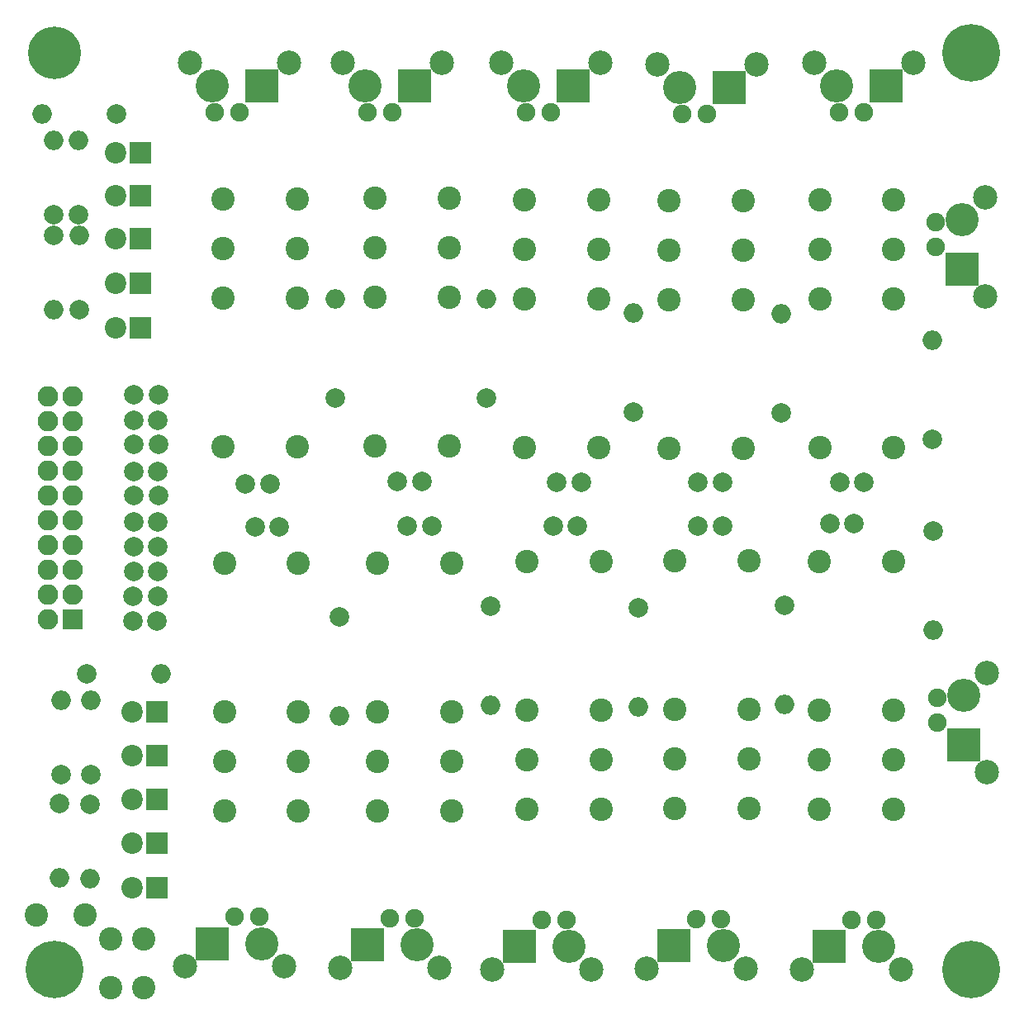
<source format=gbr>
G04 #@! TF.FileFunction,Soldermask,Top*
%FSLAX46Y46*%
G04 Gerber Fmt 4.6, Leading zero omitted, Abs format (unit mm)*
G04 Created by KiCad (PCBNEW 4.0.7) date 04/02/19 23:37:16*
%MOMM*%
%LPD*%
G01*
G04 APERTURE LIST*
%ADD10C,0.100000*%
%ADD11C,2.400000*%
%ADD12C,2.000000*%
%ADD13O,2.000000X2.000000*%
%ADD14R,2.200000X2.200000*%
%ADD15C,2.200000*%
%ADD16C,5.900000*%
%ADD17R,2.100000X2.100000*%
%ADD18O,2.100000X2.100000*%
%ADD19C,5.400000*%
%ADD20C,1.900000*%
%ADD21C,2.500000*%
%ADD22R,3.400000X3.400000*%
%ADD23C,3.400000*%
G04 APERTURE END LIST*
D10*
D11*
X70300000Y-93400000D03*
X70300000Y-78160000D03*
X70300000Y-68000000D03*
X70300000Y-73080000D03*
X77900000Y-93400000D03*
X77900000Y-73080000D03*
X77900000Y-78160000D03*
X77900000Y-68000000D03*
D12*
X53479700Y-129921000D03*
D13*
X53479700Y-137541000D03*
D12*
X75100000Y-97160000D03*
X72600000Y-97160000D03*
X63535560Y-111257080D03*
X61035560Y-111257080D03*
D14*
X63538100Y-129552700D03*
D15*
X60998100Y-129552700D03*
D12*
X52946300Y-71691500D03*
D13*
X52946300Y-79311500D03*
D14*
X63538100Y-138582400D03*
D15*
X60998100Y-138582400D03*
D14*
X63538100Y-133997700D03*
D15*
X60998100Y-133997700D03*
D12*
X132500000Y-101250000D03*
X135000000Y-101250000D03*
X119000000Y-101500000D03*
X121500000Y-101500000D03*
X104125000Y-101525000D03*
X106625000Y-101525000D03*
X89200000Y-101500000D03*
X91700000Y-101500000D03*
X73550000Y-101600000D03*
X76050000Y-101600000D03*
X90678000Y-96901000D03*
X88178000Y-96901000D03*
X107000000Y-97000000D03*
X104500000Y-97000000D03*
X121500000Y-97000000D03*
X119000000Y-97000000D03*
X136000000Y-97000000D03*
X133500000Y-97000000D03*
X59334400Y-59283600D03*
D13*
X51714400Y-59283600D03*
D16*
X147000000Y-53000000D03*
X53000000Y-147000000D03*
D12*
X52920900Y-69596000D03*
D13*
X52920900Y-61976000D03*
D14*
X63538100Y-125031500D03*
D15*
X60998100Y-125031500D03*
D14*
X63512700Y-120535700D03*
D15*
X60972700Y-120535700D03*
D14*
X61800000Y-81200000D03*
D15*
X59260000Y-81200000D03*
D14*
X61800000Y-76600000D03*
D15*
X59260000Y-76600000D03*
D14*
X61800000Y-72000000D03*
D15*
X59260000Y-72000000D03*
D12*
X56667400Y-130048000D03*
D13*
X56667400Y-137668000D03*
D12*
X53644800Y-127025400D03*
D13*
X53644800Y-119405400D03*
D12*
X56730900Y-126949200D03*
D13*
X56730900Y-119329200D03*
D12*
X56273700Y-116624100D03*
D13*
X63893700Y-116624100D03*
D12*
X55525000Y-79325000D03*
D13*
X55525000Y-71705000D03*
D12*
X55475000Y-69625000D03*
D13*
X55475000Y-62005000D03*
D14*
X61800000Y-67600000D03*
D15*
X59260000Y-67600000D03*
D14*
X61800000Y-63200000D03*
D15*
X59260000Y-63200000D03*
D17*
X54864000Y-111061500D03*
D18*
X52324000Y-111061500D03*
X54864000Y-108521500D03*
X52324000Y-108521500D03*
X54864000Y-105981500D03*
X52324000Y-105981500D03*
X54864000Y-103441500D03*
X52324000Y-103441500D03*
X54864000Y-100901500D03*
X52324000Y-100901500D03*
X54864000Y-98361500D03*
X52324000Y-98361500D03*
X54864000Y-95821500D03*
X52324000Y-95821500D03*
X54864000Y-93281500D03*
X52324000Y-93281500D03*
X54864000Y-90741500D03*
X52324000Y-90741500D03*
X54864000Y-88201500D03*
X52324000Y-88201500D03*
D12*
X63652400Y-88011000D03*
X61152400Y-88011000D03*
X63601600Y-90627200D03*
X61101600Y-90627200D03*
X63652400Y-93141800D03*
X61152400Y-93141800D03*
X63601600Y-95935800D03*
X61101600Y-95935800D03*
X63652400Y-98399600D03*
X61152400Y-98399600D03*
X63601600Y-101041200D03*
X61101600Y-101041200D03*
X63627000Y-103632000D03*
X61127000Y-103632000D03*
X63627000Y-106146600D03*
X61127000Y-106146600D03*
X63591440Y-108686600D03*
X61091440Y-108686600D03*
D11*
X58790840Y-148859240D03*
X58790840Y-143859240D03*
X62191900Y-148805900D03*
X62191900Y-143805900D03*
X56121300Y-141401800D03*
X51121300Y-141401800D03*
D16*
X147000000Y-147000000D03*
D11*
X131455000Y-93439000D03*
X131455000Y-78199000D03*
X131455000Y-68039000D03*
X131455000Y-73119000D03*
X139055000Y-93439000D03*
X139055000Y-73119000D03*
X139055000Y-78199000D03*
X139055000Y-68039000D03*
X101165500Y-93502500D03*
X101165500Y-78262500D03*
X101165500Y-68102500D03*
X101165500Y-73182500D03*
X108765500Y-93502500D03*
X108765500Y-73182500D03*
X108765500Y-78262500D03*
X108765500Y-68102500D03*
X85862000Y-93312000D03*
X85862000Y-78072000D03*
X85862000Y-67912000D03*
X85862000Y-72992000D03*
X93462000Y-93312000D03*
X93462000Y-72992000D03*
X93462000Y-78072000D03*
X93462000Y-67912000D03*
X78025000Y-105300000D03*
X78025000Y-120540000D03*
X78025000Y-130700000D03*
X78025000Y-125620000D03*
X70425000Y-105300000D03*
X70425000Y-125620000D03*
X70425000Y-120540000D03*
X70425000Y-130700000D03*
X93725000Y-105300000D03*
X93725000Y-120540000D03*
X93725000Y-130700000D03*
X93725000Y-125620000D03*
X86125000Y-105300000D03*
X86125000Y-125620000D03*
X86125000Y-120540000D03*
X86125000Y-130700000D03*
X124225000Y-105050000D03*
X124225000Y-120290000D03*
X124225000Y-130450000D03*
X124225000Y-125370000D03*
X116625000Y-105050000D03*
X116625000Y-125370000D03*
X116625000Y-120290000D03*
X116625000Y-130450000D03*
X139025000Y-105125000D03*
X139025000Y-120365000D03*
X139025000Y-130525000D03*
X139025000Y-125445000D03*
X131425000Y-105125000D03*
X131425000Y-125445000D03*
X131425000Y-120365000D03*
X131425000Y-130525000D03*
X109025000Y-105125000D03*
X109025000Y-120365000D03*
X109025000Y-130525000D03*
X109025000Y-125445000D03*
X101425000Y-105125000D03*
X101425000Y-125445000D03*
X101425000Y-120365000D03*
X101425000Y-130525000D03*
X116024500Y-93566000D03*
X116024500Y-78326000D03*
X116024500Y-68166000D03*
X116024500Y-73246000D03*
X123624500Y-93566000D03*
X123624500Y-73246000D03*
X123624500Y-78326000D03*
X123624500Y-68166000D03*
D19*
X53000000Y-53000000D03*
D20*
X143474400Y-121615200D03*
X143474400Y-119075200D03*
D21*
X148554400Y-116535200D03*
X148554400Y-126695200D03*
D22*
X146202400Y-123901200D03*
D23*
X146202400Y-118821200D03*
D20*
X134721600Y-141886900D03*
X137261600Y-141886900D03*
D21*
X139801600Y-146966900D03*
X129641600Y-146966900D03*
D22*
X132435600Y-144614900D03*
D23*
X137515600Y-144614900D03*
D20*
X118770400Y-141772600D03*
X121310400Y-141772600D03*
D21*
X123850400Y-146852600D03*
X113690400Y-146852600D03*
D22*
X116484400Y-144500600D03*
D23*
X121564400Y-144500600D03*
D20*
X102946200Y-141874200D03*
X105486200Y-141874200D03*
D21*
X108026200Y-146954200D03*
X97866200Y-146954200D03*
D22*
X100660200Y-144602200D03*
D23*
X105740200Y-144602200D03*
D20*
X87401400Y-141696400D03*
X89941400Y-141696400D03*
D21*
X92481400Y-146776400D03*
X82321400Y-146776400D03*
D22*
X85115400Y-144424400D03*
D23*
X90195400Y-144424400D03*
D20*
X71475600Y-141594800D03*
X74015600Y-141594800D03*
D21*
X76555600Y-146674800D03*
X66395600Y-146674800D03*
D22*
X69189600Y-144322800D03*
D23*
X74269600Y-144322800D03*
D20*
X143322000Y-72898000D03*
X143322000Y-70358000D03*
D21*
X148402000Y-67818000D03*
X148402000Y-77978000D03*
D22*
X146050000Y-75184000D03*
D23*
X146050000Y-70104000D03*
D12*
X97700000Y-109725000D03*
D13*
X97700000Y-119885000D03*
D12*
X82200000Y-110810000D03*
D13*
X82200000Y-120970000D03*
D12*
X143129000Y-101981000D03*
D13*
X143129000Y-112141000D03*
D12*
X127850000Y-109625000D03*
D13*
X127850000Y-119785000D03*
D12*
X112900000Y-109850000D03*
D13*
X112900000Y-120010000D03*
D20*
X72009000Y-59116000D03*
X69469000Y-59116000D03*
D21*
X66929000Y-54036000D03*
X77089000Y-54036000D03*
D22*
X74295000Y-56388000D03*
D23*
X69215000Y-56388000D03*
D20*
X87630000Y-59116000D03*
X85090000Y-59116000D03*
D21*
X82550000Y-54036000D03*
X92710000Y-54036000D03*
D22*
X89916000Y-56388000D03*
D23*
X84836000Y-56388000D03*
D20*
X103886000Y-59116000D03*
X101346000Y-59116000D03*
D21*
X98806000Y-54036000D03*
X108966000Y-54036000D03*
D22*
X106172000Y-56388000D03*
D23*
X101092000Y-56388000D03*
D20*
X119888000Y-59243000D03*
X117348000Y-59243000D03*
D21*
X114808000Y-54163000D03*
X124968000Y-54163000D03*
D22*
X122174000Y-56515000D03*
D23*
X117094000Y-56515000D03*
D20*
X136017000Y-59116000D03*
X133477000Y-59116000D03*
D21*
X130937000Y-54036000D03*
X141097000Y-54036000D03*
D22*
X138303000Y-56388000D03*
D23*
X133223000Y-56388000D03*
D12*
X81788000Y-88392000D03*
D13*
X81788000Y-78232000D03*
D12*
X97282000Y-88392000D03*
D13*
X97282000Y-78232000D03*
D12*
X112395000Y-89789000D03*
D13*
X112395000Y-79629000D03*
D12*
X127508000Y-89916000D03*
D13*
X127508000Y-79756000D03*
D12*
X143002000Y-92583000D03*
D13*
X143002000Y-82423000D03*
M02*

</source>
